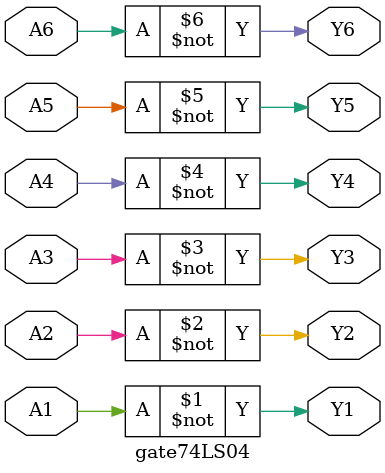
<source format=v>
module gate74LS04(A1,A2,A3,A4,A5,A6,Y1,Y2,Y3,Y4,Y5,Y6);
    input A1,A2,A3,A4,A5,A6;
    output Y1,Y2,Y3,Y4,Y5,Y6;
    not U1(Y1,A1);
    not U2(Y2,A2);
    not U3(Y3,A3);
    not U4(Y4,A4);
    not U5(Y5,A5);
    not U6(Y6,A6);
endmodule
</source>
